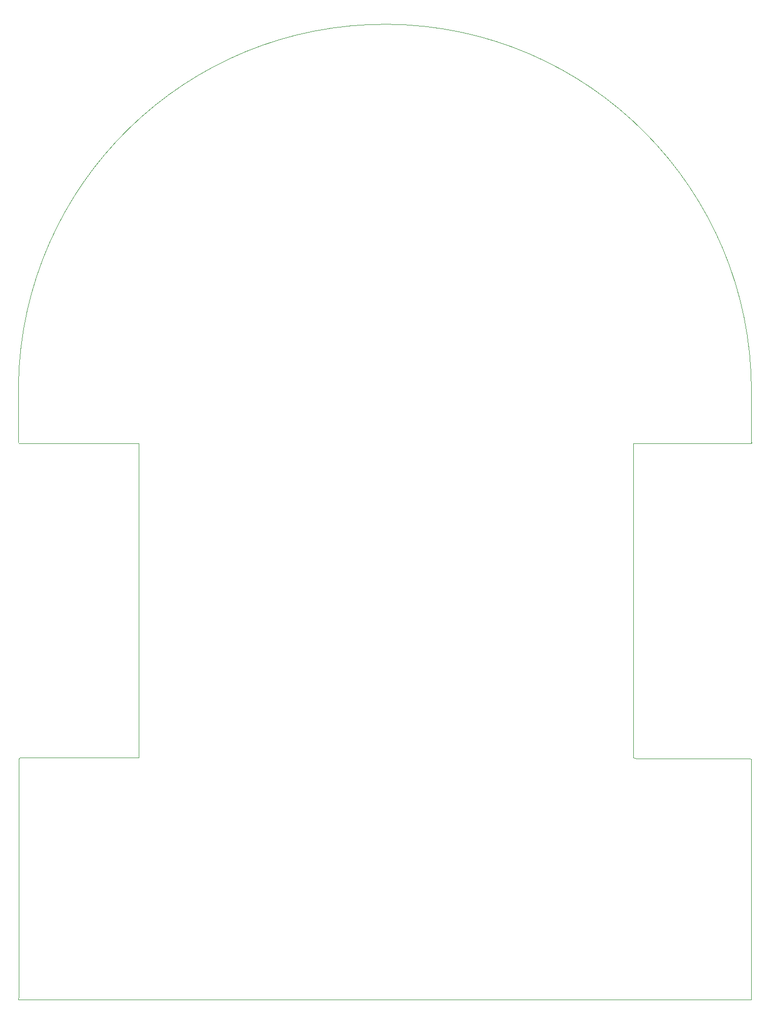
<source format=gbr>
G04*
G04 #@! TF.GenerationSoftware,Altium Limited,Altium Designer,24.9.1 (31)*
G04*
G04 Layer_Color=0*
%FSLAX44Y44*%
%MOMM*%
G71*
G04*
G04 #@! TF.SameCoordinates,E522A728-1565-4151-A48C-DAC840DDD12B*
G04*
G04*
G04 #@! TF.FilePolarity,Positive*
G04*
G01*
G75*
%ADD49C,0.0254*%
D49*
X2144782Y8897616D02*
X2144263Y8374652D01*
X2149656Y8373093D01*
X2339110Y8373093D01*
D02*
G02*
X2340614Y8371840I232J-1251D01*
G01*
X2340614Y7975096D01*
D02*
G02*
X2340614Y7975092I-3J-2D01*
G01*
X2340610Y7971790D01*
X1120140D01*
Y7974308D01*
X1120532Y7974700D01*
X1120532Y8372524D01*
X1121997Y8373990D01*
X1122898Y8374363D01*
X1320804D01*
Y8897616D01*
X1121410D01*
D02*
G02*
X1120179Y8899217I-1J1273D01*
G01*
X1120179Y8994846D01*
X1120179Y8994866D01*
D02*
G02*
X2341231Y8985258I610488J-9609D01*
G01*
D02*
G02*
X2341219Y8981460I-445200J-517D01*
G01*
X2341219Y8900082D01*
X2341884Y8898890D01*
D02*
G02*
X2340610Y8897616I-1274J0D01*
G01*
X2144782D01*
M02*

</source>
